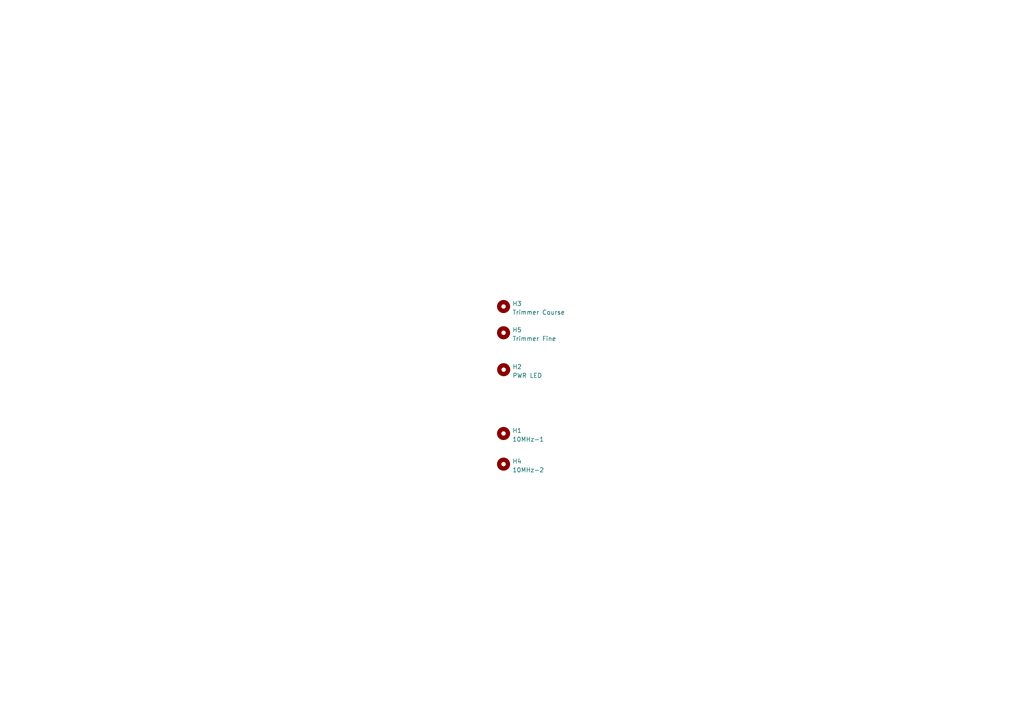
<source format=kicad_sch>
(kicad_sch (version 20230121) (generator eeschema)

  (uuid 9a384aa9-1d9f-4071-bbf1-ec867db1bec3)

  (paper "A4")

  (lib_symbols
    (symbol "Mechanical:MountingHole" (pin_names (offset 1.016)) (in_bom yes) (on_board yes)
      (property "Reference" "H" (at 0 5.08 0)
        (effects (font (size 1.27 1.27)))
      )
      (property "Value" "MountingHole" (at 0 3.175 0)
        (effects (font (size 1.27 1.27)))
      )
      (property "Footprint" "" (at 0 0 0)
        (effects (font (size 1.27 1.27)) hide)
      )
      (property "Datasheet" "~" (at 0 0 0)
        (effects (font (size 1.27 1.27)) hide)
      )
      (property "ki_keywords" "mounting hole" (at 0 0 0)
        (effects (font (size 1.27 1.27)) hide)
      )
      (property "ki_description" "Mounting Hole without connection" (at 0 0 0)
        (effects (font (size 1.27 1.27)) hide)
      )
      (property "ki_fp_filters" "MountingHole*" (at 0 0 0)
        (effects (font (size 1.27 1.27)) hide)
      )
      (symbol "MountingHole_0_1"
        (circle (center 0 0) (radius 1.27)
          (stroke (width 1.27) (type default))
          (fill (type none))
        )
      )
    )
  )


  (symbol (lib_id "Mechanical:MountingHole") (at 146.0875 107.2234 0) (unit 1)
    (in_bom yes) (on_board yes) (dnp no) (fields_autoplaced)
    (uuid 1b4ba5c3-2f59-438f-bf88-6f1cef092f5c)
    (property "Reference" "H2" (at 148.6275 106.3887 0)
      (effects (font (size 1.27 1.27)) (justify left))
    )
    (property "Value" "PWR LED" (at 148.6275 108.9256 0)
      (effects (font (size 1.27 1.27)) (justify left))
    )
    (property "Footprint" "MountingHole:MountingHole_3mm" (at 146.0875 107.2234 0)
      (effects (font (size 1.27 1.27)) hide)
    )
    (property "Datasheet" "~" (at 146.0875 107.2234 0)
      (effects (font (size 1.27 1.27)) hide)
    )
    (instances
      (project "FacePlate-ref"
        (path "/9a384aa9-1d9f-4071-bbf1-ec867db1bec3"
          (reference "H2") (unit 1)
        )
      )
    )
  )

  (symbol (lib_id "Mechanical:MountingHole") (at 146.05 96.52 0) (unit 1)
    (in_bom yes) (on_board yes) (dnp no) (fields_autoplaced)
    (uuid 36e3d767-deb8-4c72-bceb-0621a797b04a)
    (property "Reference" "H5" (at 148.59 95.6853 0)
      (effects (font (size 1.27 1.27)) (justify left))
    )
    (property "Value" "Trimmer Fine" (at 148.59 98.2222 0)
      (effects (font (size 1.27 1.27)) (justify left))
    )
    (property "Footprint" "MountingHole:MountingHole_3mm" (at 146.05 96.52 0)
      (effects (font (size 1.27 1.27)) hide)
    )
    (property "Datasheet" "~" (at 146.05 96.52 0)
      (effects (font (size 1.27 1.27)) hide)
    )
    (instances
      (project "FacePlate-ref"
        (path "/9a384aa9-1d9f-4071-bbf1-ec867db1bec3"
          (reference "H5") (unit 1)
        )
      )
    )
  )

  (symbol (lib_id "Mechanical:MountingHole") (at 146.05 88.9 0) (unit 1)
    (in_bom yes) (on_board yes) (dnp no) (fields_autoplaced)
    (uuid 69fd1a8b-fa48-40ee-9840-942e262a98d9)
    (property "Reference" "H3" (at 148.59 88.0653 0)
      (effects (font (size 1.27 1.27)) (justify left))
    )
    (property "Value" "Trimmer Course" (at 148.59 90.6022 0)
      (effects (font (size 1.27 1.27)) (justify left))
    )
    (property "Footprint" "MountingHole:MountingHole_3mm" (at 146.05 88.9 0)
      (effects (font (size 1.27 1.27)) hide)
    )
    (property "Datasheet" "~" (at 146.05 88.9 0)
      (effects (font (size 1.27 1.27)) hide)
    )
    (instances
      (project "FacePlate-ref"
        (path "/9a384aa9-1d9f-4071-bbf1-ec867db1bec3"
          (reference "H3") (unit 1)
        )
      )
    )
  )

  (symbol (lib_id "Mechanical:MountingHole") (at 146.05 125.73 0) (unit 1)
    (in_bom yes) (on_board yes) (dnp no) (fields_autoplaced)
    (uuid 7556c10b-5ceb-494c-b940-35c17fa97d86)
    (property "Reference" "H1" (at 148.59 124.8953 0)
      (effects (font (size 1.27 1.27)) (justify left))
    )
    (property "Value" "10MHz-1" (at 148.59 127.4322 0)
      (effects (font (size 1.27 1.27)) (justify left))
    )
    (property "Footprint" "MountingHole:MountingHole_6.4mm_M6" (at 146.05 125.73 0)
      (effects (font (size 1.27 1.27)) hide)
    )
    (property "Datasheet" "~" (at 146.05 125.73 0)
      (effects (font (size 1.27 1.27)) hide)
    )
    (instances
      (project "FacePlate-ref"
        (path "/9a384aa9-1d9f-4071-bbf1-ec867db1bec3"
          (reference "H1") (unit 1)
        )
      )
    )
  )

  (symbol (lib_id "Mechanical:MountingHole") (at 146.05 134.62 0) (unit 1)
    (in_bom yes) (on_board yes) (dnp no) (fields_autoplaced)
    (uuid aa6c50f9-6137-4244-8a28-bff81a628573)
    (property "Reference" "H4" (at 148.59 133.7853 0)
      (effects (font (size 1.27 1.27)) (justify left))
    )
    (property "Value" "10MHz-2" (at 148.59 136.3222 0)
      (effects (font (size 1.27 1.27)) (justify left))
    )
    (property "Footprint" "MountingHole:MountingHole_6.4mm_M6" (at 146.05 134.62 0)
      (effects (font (size 1.27 1.27)) hide)
    )
    (property "Datasheet" "~" (at 146.05 134.62 0)
      (effects (font (size 1.27 1.27)) hide)
    )
    (instances
      (project "FacePlate-ref"
        (path "/9a384aa9-1d9f-4071-bbf1-ec867db1bec3"
          (reference "H4") (unit 1)
        )
      )
    )
  )

  (sheet_instances
    (path "/" (page "1"))
  )
)

</source>
